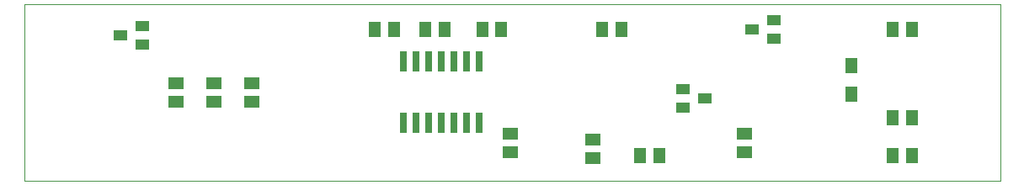
<source format=gbp>
G75*
%MOIN*%
%OFA0B0*%
%FSLAX25Y25*%
%IPPOS*%
%LPD*%
%AMOC8*
5,1,8,0,0,1.08239X$1,22.5*
%
%ADD10C,0.00000*%
%ADD11R,0.05118X0.05906*%
%ADD12R,0.02600X0.08000*%
%ADD13R,0.05906X0.05118*%
%ADD14R,0.05512X0.03937*%
%ADD15R,0.04724X0.05906*%
D10*
X0001000Y0005500D02*
X0001000Y0075461D01*
X0387201Y0075461D01*
X0387201Y0005500D01*
X0001000Y0005500D01*
D11*
X0244760Y0015500D03*
X0252240Y0015500D03*
X0344760Y0015500D03*
X0352240Y0015500D03*
X0352240Y0030500D03*
X0344760Y0030500D03*
X0344760Y0065500D03*
X0352240Y0065500D03*
X0237240Y0065500D03*
X0229760Y0065500D03*
X0189740Y0065500D03*
X0182260Y0065500D03*
X0167240Y0065500D03*
X0159760Y0065500D03*
X0147240Y0065500D03*
X0139760Y0065500D03*
D12*
X0151000Y0052600D03*
X0156000Y0052600D03*
X0161000Y0052600D03*
X0166000Y0052600D03*
X0171000Y0052600D03*
X0176000Y0052600D03*
X0181000Y0052600D03*
X0181000Y0028400D03*
X0176000Y0028400D03*
X0171000Y0028400D03*
X0166000Y0028400D03*
X0161000Y0028400D03*
X0156000Y0028400D03*
X0151000Y0028400D03*
D13*
X0193500Y0024240D03*
X0226000Y0021740D03*
X0193500Y0016760D03*
X0226000Y0014260D03*
X0286000Y0016760D03*
X0286000Y0024240D03*
X0091000Y0036760D03*
X0076000Y0036760D03*
X0061000Y0036760D03*
X0061000Y0044240D03*
X0076000Y0044240D03*
X0091000Y0044240D03*
D14*
X0047831Y0059260D03*
X0039169Y0063000D03*
X0047831Y0066740D03*
X0261669Y0041740D03*
X0270331Y0038000D03*
X0261669Y0034260D03*
X0297831Y0061760D03*
X0289169Y0065500D03*
X0297831Y0069240D03*
D15*
X0328500Y0051209D03*
X0328500Y0039791D03*
M02*

</source>
